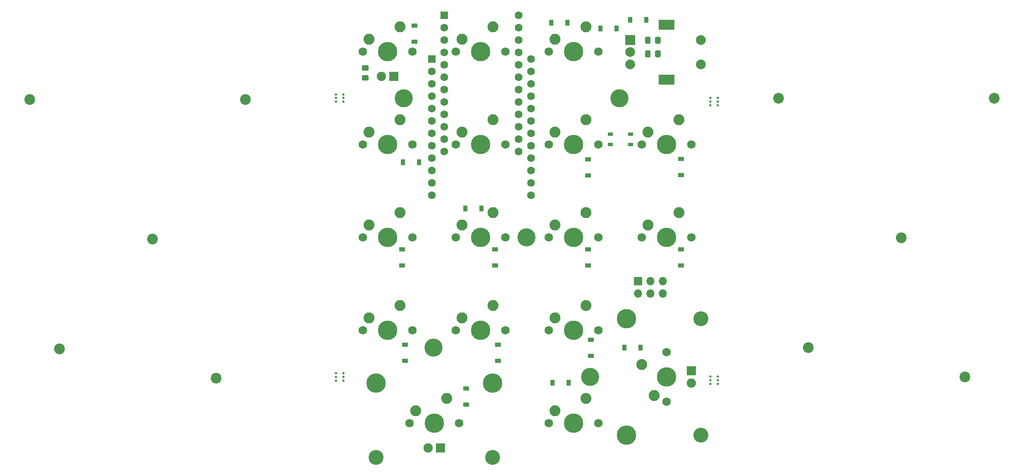
<source format=gbr>
G04 #@! TF.GenerationSoftware,KiCad,Pcbnew,(5.1.7)-1*
G04 #@! TF.CreationDate,2020-12-11T17:23:42-08:00*
G04 #@! TF.ProjectId,dropout-miniusb,64726f70-6f75-4742-9d6d-696e69757362,rev?*
G04 #@! TF.SameCoordinates,Original*
G04 #@! TF.FileFunction,Soldermask,Bot*
G04 #@! TF.FilePolarity,Negative*
%FSLAX46Y46*%
G04 Gerber Fmt 4.6, Leading zero omitted, Abs format (unit mm)*
G04 Created by KiCad (PCBNEW (5.1.7)-1) date 2020-12-11 17:23:42*
%MOMM*%
%LPD*%
G01*
G04 APERTURE LIST*
%ADD10R,1.050000X0.650000*%
%ADD11C,1.600000*%
%ADD12R,1.600000X1.600000*%
%ADD13C,0.500000*%
%ADD14C,2.250000*%
%ADD15C,3.987800*%
%ADD16C,1.750000*%
%ADD17C,2.200000*%
%ADD18C,3.700000*%
%ADD19C,3.048000*%
%ADD20R,1.905000X1.905000*%
%ADD21C,1.905000*%
%ADD22R,0.900000X1.200000*%
%ADD23R,1.200000X0.900000*%
%ADD24O,1.700000X1.700000*%
%ADD25R,1.700000X1.700000*%
%ADD26C,2.000000*%
%ADD27R,3.200000X2.000000*%
%ADD28R,2.000000X2.000000*%
G04 APERTURE END LIST*
D10*
X196400000Y-76400000D03*
X192250000Y-76400000D03*
X196400000Y-78550000D03*
X192250000Y-78550000D03*
D11*
X175982674Y-61023390D03*
X175982674Y-63563390D03*
X175982674Y-66103390D03*
X175982674Y-68643390D03*
X175982674Y-71183390D03*
X175982674Y-73723390D03*
X175982674Y-76263390D03*
X175982674Y-78803390D03*
X175982674Y-81343390D03*
X175982674Y-83883390D03*
X175982674Y-86423390D03*
X175982674Y-88963390D03*
X155742674Y-88963390D03*
X155742674Y-86423390D03*
X155742674Y-83883390D03*
X155742674Y-81343390D03*
X155742674Y-78803390D03*
X155742674Y-76263390D03*
X155742674Y-73723390D03*
X155742674Y-71183390D03*
X155742674Y-68643390D03*
X155742674Y-66103390D03*
X155742674Y-63563390D03*
D12*
X155742674Y-61023390D03*
D13*
X136050000Y-69000000D03*
X137550000Y-69000000D03*
X136050000Y-68250000D03*
X136050000Y-69750000D03*
X137550000Y-69750000D03*
X137550000Y-68250000D03*
X136050000Y-126200000D03*
X137550000Y-126200000D03*
X136050000Y-125450000D03*
X136050000Y-126950000D03*
X137550000Y-126950000D03*
X137550000Y-125450000D03*
X212750000Y-69700000D03*
X214250000Y-69700000D03*
X212750000Y-68950000D03*
X212750000Y-70450000D03*
X214250000Y-70450000D03*
X214250000Y-68950000D03*
X212750000Y-126900000D03*
X214250000Y-126900000D03*
X212750000Y-126150000D03*
X212750000Y-127650000D03*
X214250000Y-127650000D03*
X214250000Y-126150000D03*
D14*
X187300800Y-92504779D03*
D15*
X184760800Y-97584779D03*
D14*
X180950800Y-95044779D03*
D16*
X179680800Y-97584779D03*
X189840800Y-97584779D03*
D14*
X168250800Y-92504779D03*
D15*
X165710800Y-97584779D03*
D14*
X161900800Y-95044779D03*
D16*
X160630800Y-97584779D03*
X170790800Y-97584779D03*
D12*
X158232674Y-52043390D03*
D11*
X158232674Y-54583390D03*
X158232674Y-57123390D03*
X158232674Y-59663390D03*
X158232674Y-62203390D03*
X158232674Y-64743390D03*
X158232674Y-67283390D03*
X158232674Y-69823390D03*
X158232674Y-72363390D03*
X158232674Y-74903390D03*
X158232674Y-77443390D03*
X158232674Y-79983390D03*
X173472674Y-79983390D03*
X173472674Y-77443390D03*
X173472674Y-74903390D03*
X173472674Y-72363390D03*
X173472674Y-69823390D03*
X173472674Y-67283390D03*
X173472674Y-64743390D03*
X173472674Y-62203390D03*
X173472674Y-59663390D03*
X173472674Y-57123390D03*
X173472674Y-54583390D03*
X173472674Y-52043390D03*
D17*
X251897457Y-97653685D03*
X264896757Y-126203534D03*
X232822207Y-120204135D03*
X226719506Y-69053335D03*
X270922107Y-69053335D03*
X117522607Y-69327625D03*
X111497257Y-126453175D03*
X98497957Y-97903326D03*
X79422707Y-120453776D03*
X73320006Y-69327625D03*
D18*
X149970281Y-69053266D03*
X188149562Y-126159763D03*
X175122998Y-97582172D03*
X194173014Y-69007148D03*
X156072982Y-120204066D03*
D15*
X195555800Y-114221779D03*
X195555800Y-138097779D03*
D19*
X210795800Y-114221779D03*
X210795800Y-138097779D03*
D16*
X203810800Y-121079779D03*
X203810800Y-131239779D03*
D20*
X208890800Y-124889779D03*
D21*
X208890800Y-127429779D03*
D14*
X201270800Y-129969779D03*
D15*
X203810800Y-126159779D03*
D14*
X198730800Y-123619779D03*
G36*
G01*
X201428298Y-57612575D02*
X201428298Y-56712573D01*
G75*
G02*
X201678297Y-56462574I249999J0D01*
G01*
X202328299Y-56462574D01*
G75*
G02*
X202578298Y-56712573I0J-249999D01*
G01*
X202578298Y-57612575D01*
G75*
G02*
X202328299Y-57862574I-249999J0D01*
G01*
X201678297Y-57862574D01*
G75*
G02*
X201428298Y-57612575I0J249999D01*
G01*
G37*
G36*
G01*
X199378298Y-57612575D02*
X199378298Y-56712573D01*
G75*
G02*
X199628297Y-56462574I249999J0D01*
G01*
X200278299Y-56462574D01*
G75*
G02*
X200528298Y-56712573I0J-249999D01*
G01*
X200528298Y-57612575D01*
G75*
G02*
X200278299Y-57862574I-249999J0D01*
G01*
X199628297Y-57862574D01*
G75*
G02*
X199378298Y-57612575I0J249999D01*
G01*
G37*
G36*
G01*
X200528298Y-59485986D02*
X200528298Y-60385988D01*
G75*
G02*
X200278299Y-60635987I-249999J0D01*
G01*
X199628297Y-60635987D01*
G75*
G02*
X199378298Y-60385988I0J249999D01*
G01*
X199378298Y-59485986D01*
G75*
G02*
X199628297Y-59235987I249999J0D01*
G01*
X200278299Y-59235987D01*
G75*
G02*
X200528298Y-59485986I0J-249999D01*
G01*
G37*
G36*
G01*
X202578298Y-59485986D02*
X202578298Y-60385988D01*
G75*
G02*
X202328299Y-60635987I-249999J0D01*
G01*
X201678297Y-60635987D01*
G75*
G02*
X201428298Y-60385988I0J249999D01*
G01*
X201428298Y-59485986D01*
G75*
G02*
X201678297Y-59235987I249999J0D01*
G01*
X202328299Y-59235987D01*
G75*
G02*
X202578298Y-59485986I0J-249999D01*
G01*
G37*
D22*
X153089223Y-82137146D03*
X149789223Y-82137146D03*
D14*
X149200800Y-73454779D03*
D15*
X146660800Y-78534779D03*
D14*
X142850800Y-75994779D03*
D16*
X141580800Y-78534779D03*
X151740800Y-78534779D03*
D14*
X187300800Y-54404779D03*
D15*
X184760800Y-59484779D03*
D14*
X180950800Y-56944779D03*
D16*
X179680800Y-59484779D03*
X189840800Y-59484779D03*
D23*
X152170475Y-54157435D03*
X152170475Y-57457435D03*
D24*
X203001733Y-109101027D03*
X203001733Y-106561027D03*
X200461733Y-109101027D03*
X200461733Y-106561027D03*
X197921733Y-109101027D03*
D25*
X197921733Y-106561027D03*
D14*
X168250800Y-73454779D03*
D15*
X165710800Y-78534779D03*
D14*
X161900800Y-75994779D03*
D16*
X160630800Y-78534779D03*
X170790800Y-78534779D03*
D15*
X168123800Y-127429779D03*
X144247800Y-127429779D03*
D19*
X168123800Y-142669779D03*
X144247800Y-142669779D03*
D16*
X161265800Y-135684779D03*
X151105800Y-135684779D03*
D20*
X157455800Y-140764779D03*
D21*
X154915800Y-140764779D03*
D14*
X152375800Y-133144779D03*
D15*
X156185800Y-135684779D03*
D14*
X158725800Y-130604779D03*
D22*
X180150186Y-53562122D03*
X183450186Y-53562122D03*
D26*
X210810800Y-62103529D03*
X210810800Y-57103529D03*
D27*
X203810800Y-65203529D03*
X203810800Y-54003529D03*
D26*
X196310800Y-62103529D03*
X196310800Y-59603529D03*
D28*
X196310800Y-57103529D03*
G36*
G01*
X141600153Y-64298069D02*
X142500155Y-64298069D01*
G75*
G02*
X142750154Y-64548068I0J-249999D01*
G01*
X142750154Y-65198070D01*
G75*
G02*
X142500155Y-65448069I-249999J0D01*
G01*
X141600153Y-65448069D01*
G75*
G02*
X141350154Y-65198070I0J249999D01*
G01*
X141350154Y-64548068D01*
G75*
G02*
X141600153Y-64298069I249999J0D01*
G01*
G37*
G36*
G01*
X141600153Y-62248069D02*
X142500155Y-62248069D01*
G75*
G02*
X142750154Y-62498068I0J-249999D01*
G01*
X142750154Y-63148070D01*
G75*
G02*
X142500155Y-63398069I-249999J0D01*
G01*
X141600153Y-63398069D01*
G75*
G02*
X141350154Y-63148070I0J249999D01*
G01*
X141350154Y-62498068D01*
G75*
G02*
X141600153Y-62248069I249999J0D01*
G01*
G37*
D14*
X206350800Y-92504779D03*
D15*
X203810800Y-97584779D03*
D14*
X200000800Y-95044779D03*
D16*
X198730800Y-97584779D03*
X208890800Y-97584779D03*
X151740800Y-59484779D03*
X141580800Y-59484779D03*
D20*
X147930800Y-64564779D03*
D21*
X145390800Y-64564779D03*
D14*
X142850800Y-56944779D03*
D15*
X146660800Y-59484779D03*
D14*
X149200800Y-54404779D03*
X206350800Y-73454779D03*
D15*
X203810800Y-78534779D03*
D14*
X200000800Y-75994779D03*
D16*
X198730800Y-78534779D03*
X208890800Y-78534779D03*
D14*
X187300800Y-130604779D03*
D15*
X184760800Y-135684779D03*
D14*
X180950800Y-133144779D03*
D16*
X179680800Y-135684779D03*
X189840800Y-135684779D03*
D14*
X168250800Y-54404779D03*
D15*
X165710800Y-59484779D03*
D14*
X161900800Y-56944779D03*
D16*
X160630800Y-59484779D03*
X170790800Y-59484779D03*
D14*
X187300800Y-73454779D03*
D15*
X184760800Y-78534779D03*
D14*
X180950800Y-75994779D03*
D16*
X179680800Y-78534779D03*
X189840800Y-78534779D03*
D14*
X149200800Y-92504779D03*
D15*
X146660800Y-97584779D03*
D14*
X142850800Y-95044779D03*
D16*
X141580800Y-97584779D03*
X151740800Y-97584779D03*
D14*
X149200808Y-111554755D03*
D15*
X146660808Y-116634755D03*
D14*
X142850808Y-114094755D03*
D16*
X141580808Y-116634755D03*
X151740808Y-116634755D03*
D14*
X168250800Y-111554779D03*
D15*
X165710800Y-116634779D03*
D14*
X161900800Y-114094779D03*
D16*
X160630800Y-116634779D03*
X170790800Y-116634779D03*
D14*
X187300840Y-111554755D03*
D15*
X184760840Y-116634755D03*
D14*
X180950840Y-114094755D03*
D16*
X179680840Y-116634755D03*
X189840840Y-116634755D03*
D22*
X198453039Y-120206633D03*
X195153039Y-120206633D03*
D23*
X206787421Y-100012584D03*
X206787421Y-103312584D03*
X206787421Y-81511288D03*
X206787421Y-84811288D03*
D22*
X199643665Y-52936264D03*
X196343665Y-52936264D03*
X183710493Y-127350389D03*
X180410493Y-127350389D03*
D23*
X188332718Y-118560004D03*
X188332718Y-121860004D03*
X187737405Y-100012584D03*
X187737405Y-103312584D03*
X187737405Y-81541833D03*
X187737405Y-84841833D03*
D22*
X190270507Y-54752748D03*
X193570507Y-54752748D03*
D23*
X169282702Y-119611320D03*
X169282702Y-122911320D03*
X168687389Y-100012584D03*
X168687389Y-103312584D03*
D22*
X165862674Y-91662154D03*
X162562674Y-91662154D03*
D23*
X162734259Y-131841015D03*
X162734259Y-128541015D03*
X150232686Y-119611320D03*
X150232686Y-122911320D03*
X149637373Y-100012584D03*
X149637373Y-103312584D03*
M02*

</source>
